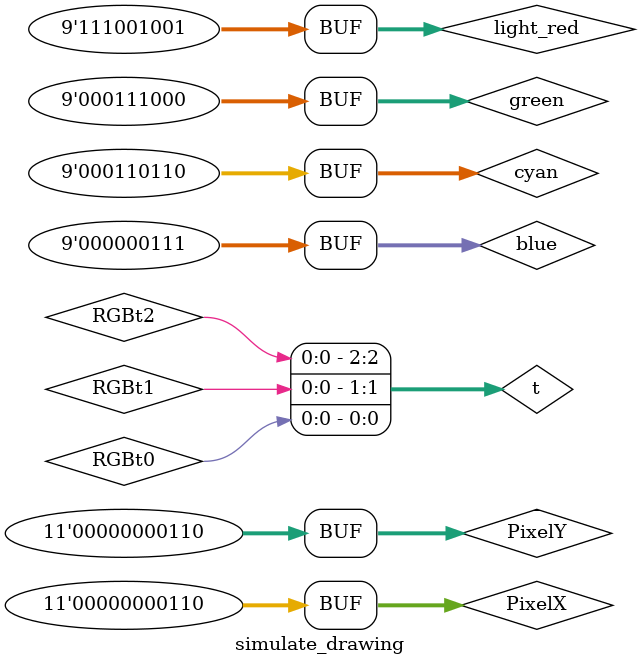
<source format=v>
`timescale 1ns / 1ps


module simulate_drawing();
reg [10:0] PixelX, PixelY;

//three layers
wire [9:0] RGBt0, RGBt1, RGBt2;

//Define colors
wire [8:0] light_red;
assign light_red = 9'b111001001;
wire [8:0] green;
assign green = 9'b000111000;
wire [8:0] blue;
assign blue = 9'b000000111;
wire [8:0] cyan;
assign cyan = 9'b000110110;

//draw to layer 0
draw sim_draw0 (.X(PixelX), .Y(PixelY), .x1(10'h000), .x2(10'h003), .y1(10'h000), .y2(10'h003), .color(light_red), .RGBt(RGBt0));

//draw to layer 1
draw sim_draw1 (.X(PixelX), .Y(PixelY), .x1(10'h003), .x2(10'h007), .y1(10'h003), .y2(10'h007), .color(cyan), .RGBt(RGBt1));

//draw to layer 2
draw sim_draw2 (.X(PixelX), .Y(PixelY), .x1(10'h002), .x2(10'h004), .y1(10'h002), .y2(10'h004), .color(blue), .RGBt(RGBt2));

//description:
// a blue 4x4 square in the upper left with a 4x4 red square overlapping on its bottom corner and a green 3x3 square overlapping both of them in the middle

//get transparency
wire [2:0] t;
assign t[0] = RGBt0[0];
assign t[1] = RGBt1[0];
assign t[2] = RGBt2[0];

//select top layer
wire [2:0] selector_t;
get_first_1 get_first_t (.A({13'h0000,t}), .sel(selector_t));
wire [8:0] RGB; //actual rgb value of current pixel
select_layer sel_layer (.sel({9'h000,selector_t}), .out(RGB), .in0(RGBt0[9:1]), .in1(RGBt1[9:1]), .in2(RGBt2[9:1]));

initial begin
//first layer
PixelX = 10'h000;
PixelY = 10'h000;
#50;
PixelX = 10'h001;
PixelY = 10'h000;
#50;
PixelX = 10'h002;
PixelY = 10'h000;
#50;
PixelX = 10'h003;
PixelY = 10'h000;
#50;
PixelX = 10'h004;
PixelY = 10'h000;
#50;
PixelX = 10'h005;
PixelY = 10'h000;
#50;
PixelX = 10'h006;
PixelY = 10'h000;
#50;
//second layer
PixelX = 10'h000;
PixelY = 10'h001;
#50;
PixelX = 10'h001;
PixelY = 10'h001;
#50;
PixelX = 10'h002;
PixelY = 10'h001;
#50;
PixelX = 10'h003;
PixelY = 10'h001;
#50;
PixelX = 10'h004;
PixelY = 10'h001;
#50;
PixelX = 10'h005;
PixelY = 10'h001;
#50;
PixelX = 10'h006;
PixelY = 10'h001;
#50;
//third layer
PixelX = 10'h000;
PixelY = 10'h002;
#50;
PixelX = 10'h001;
PixelY = 10'h002;
#50;
PixelX = 10'h002;
PixelY = 10'h002;
#50;
PixelX = 10'h003;
PixelY = 10'h002;
#50;
PixelX = 10'h004;
PixelY = 10'h002;
#50;
PixelX = 10'h005;
PixelY = 10'h002;
#50;
PixelX = 10'h006;
PixelY = 10'h002;
#50;
//fourth layer
PixelX = 10'h000;
PixelY = 10'h003;
#50;
PixelX = 10'h001;
PixelY = 10'h003;
#50;
PixelX = 10'h002;
PixelY = 10'h003;
#50;
PixelX = 10'h003;
PixelY = 10'h003;
#50;
PixelX = 10'h004;
PixelY = 10'h003;
#50;
PixelX = 10'h005;
PixelY = 10'h003;
#50;
PixelX = 10'h006;
PixelY = 10'h003;
#50;
//fifth layer
PixelX = 10'h000;//
PixelY =     10'h004;
#50;//             4
PixelX = 10'h001;//4
PixelY =     10'h004;
#50;//             4
PixelX = 10'h002;//4
PixelY =     10'h004;
#50;//             4
PixelX = 10'h003;//4
PixelY =     10'h004;
#50;//             4
PixelX = 10'h004;//4
PixelY =     10'h004;
#50;//             4
PixelX = 10'h005;//4
PixelY =     10'h004;
#50;//             4
PixelX = 10'h006;//4
PixelY =     10'h004;
#50;
//6th layer
PixelX = 10'h000;//
PixelY =     10'h005;
#50;//             5
PixelX = 10'h001;//5
PixelY =     10'h005;
#50;//             5
PixelX = 10'h002;//5
PixelY =     10'h005;
#50;//             5
PixelX = 10'h003;//5
PixelY =     10'h005;
#50;//             5
PixelX = 10'h004;//5
PixelY =     10'h005;
#50;//             5
PixelX = 10'h005;//5
PixelY =     10'h005;
#50;//             5
PixelX = 10'h006;//5
PixelY =     10'h005;
#50;
//7th layer
PixelX = 10'h000;//
PixelY =     10'h006;
#50;//             6
PixelX = 10'h001;//6
PixelY =     10'h006;
#50;//             6
PixelX = 10'h002;//6
PixelY =     10'h006;
#50;//             6
PixelX = 10'h003;//6
PixelY =     10'h006;
#50;//             6
PixelX = 10'h004;//6
PixelY =     10'h006;
#50;//             6
PixelX = 10'h005;//6
PixelY =     10'h006;
#50;//             6
PixelX = 10'h006;//6
PixelY =     10'h006;
#50;
end
endmodule
</source>
